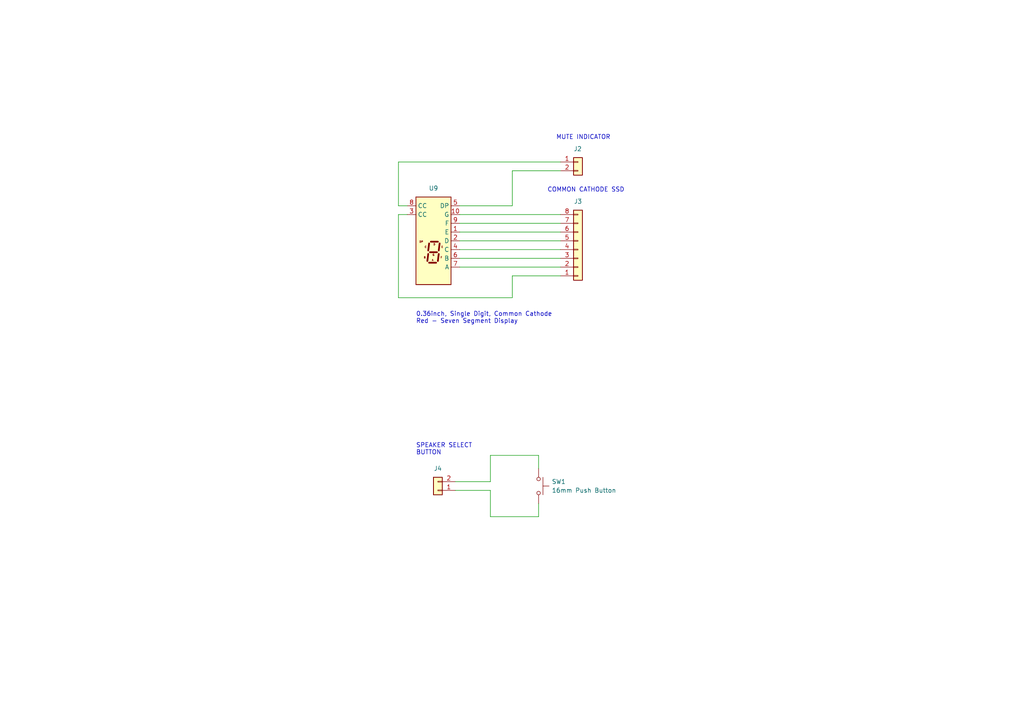
<source format=kicad_sch>
(kicad_sch (version 20211123) (generator eeschema)
  (paper "A4")
  (title_block (title "Wiring Layouts") (date "2022-12-30") (rev "1.0.0") (company "Dilshan R Jayakody"))
  (lib_symbols
    (symbol "Connector_Generic:Conn_01x02" (pin_names (offset 1.016) hide)
      (property "Reference" "J" (at 0 2.54 0))
      (property "Value" "Conn_01x02" (at 0 -5.08 0))
      (symbol "Conn_01x02_1_1"
        (rectangle (start -1.27 -2.413) (end 0 -2.667) (stroke (width 0.1524)))
        (rectangle (start -1.27 0.127) (end 0 -0.127) (stroke (width 0.1524)))
        (rectangle (start -1.27 1.27) (end 1.27 -3.81) (stroke (width 0.254)) (fill (type background)))
        (pin passive line (at -5.08 0 0) (length 3.81) (name "Pin_1") (number "1"))
        (pin passive line (at -5.08 -2.54 0) (length 3.81) (name "Pin_2") (number "2"))
      )
    )
    (symbol "Connector_Generic:Conn_01x08" (pin_names (offset 1.016) hide)
      (property "Reference" "J" (at 0 10.16 0))
      (property "Value" "Conn_01x08" (at 0 -12.7 0))
      (symbol "Conn_01x08_1_1"
        (rectangle (start -1.27 -10.033) (end 0 -10.287) (stroke (width 0.1524)))
        (rectangle (start -1.27 -7.493) (end 0 -7.747) (stroke (width 0.1524)))
        (rectangle (start -1.27 -4.953) (end 0 -5.207) (stroke (width 0.1524)))
        (rectangle (start -1.27 -2.413) (end 0 -2.667) (stroke (width 0.1524)))
        (rectangle (start -1.27 0.127) (end 0 -0.127) (stroke (width 0.1524)))
        (rectangle (start -1.27 2.667) (end 0 2.413) (stroke (width 0.1524)))
        (rectangle (start -1.27 5.207) (end 0 4.953) (stroke (width 0.1524)))
        (rectangle (start -1.27 7.747) (end 0 7.493) (stroke (width 0.1524)))
        (rectangle (start -1.27 8.89) (end 1.27 -11.43) (stroke (width 0.254)) (fill (type background)))
        (pin passive line (at -5.08 7.62 0) (length 3.81) (name "Pin_1") (number "1"))
        (pin passive line (at -5.08 5.08 0) (length 3.81) (name "Pin_2") (number "2"))
        (pin passive line (at -5.08 2.54 0) (length 3.81) (name "Pin_3") (number "3"))
        (pin passive line (at -5.08 0 0) (length 3.81) (name "Pin_4") (number "4"))
        (pin passive line (at -5.08 -2.54 0) (length 3.81) (name "Pin_5") (number "5"))
        (pin passive line (at -5.08 -5.08 0) (length 3.81) (name "Pin_6") (number "6"))
        (pin passive line (at -5.08 -7.62 0) (length 3.81) (name "Pin_7") (number "7"))
        (pin passive line (at -5.08 -10.16 0) (length 3.81) (name "Pin_8") (number "8"))
      )
    )
    (symbol "Display_Character:D198K"
      (property "Reference" "U" (at -2.54 13.97 0))
      (property "Value" "D198K" (at 1.27 13.97 0))
      (symbol "D198K_0_0"
        (text "A" (at 0.254 5.588 0) (effects (font (size 0.508 0.508))))
        (text "B" (at 2.54 4.826 0) (effects (font (size 0.508 0.508))))
        (text "C" (at 2.286 1.778 0) (effects (font (size 0.508 0.508))))
        (text "D" (at -0.254 1.016 0) (effects (font (size 0.508 0.508))))
        (text "DP" (at 3.556 0.254 0) (effects (font (size 0.508 0.508))))
        (text "E" (at -2.54 1.778 0) (effects (font (size 0.508 0.508))))
        (text "F" (at -2.286 4.826 0) (effects (font (size 0.508 0.508))))
        (text "G" (at 0 4.064 0) (effects (font (size 0.508 0.508))))
      )
      (symbol "D198K_0_1"
        (rectangle (start -5.08 12.7) (end 5.08 -12.7) (stroke (width 0.254)) (fill (type background)))
        (polyline (pts (xy -1.524 2.794) (xy -1.778 0.762)) (stroke (width 0.508)))
        (polyline (pts (xy -1.27 0.254) (xy 0.762 0.254)) (stroke (width 0.508)))
        (polyline (pts (xy -1.27 5.842) (xy -1.524 3.81)) (stroke (width 0.508)))
        (polyline (pts (xy -1.016 3.302) (xy 1.016 3.302)) (stroke (width 0.508)))
        (polyline (pts (xy -0.762 6.35) (xy 1.27 6.35)) (stroke (width 0.508)))
        (polyline (pts (xy 1.524 2.794) (xy 1.27 0.762)) (stroke (width 0.508)))
        (polyline (pts (xy 1.778 5.842) (xy 1.524 3.81)) (stroke (width 0.508)))
        (polyline (pts (xy 2.54 0.254) (xy 2.54 0.254)) (stroke (width 0.508)))
      )
      (symbol "D198K_1_1"
        (pin input line (at -7.62 -2.54 0) (length 2.54) (name "E") (number "1"))
        (pin input line (at -7.62 -7.62 0) (length 2.54) (name "G") (number "10"))
        (pin input line (at -7.62 0 0) (length 2.54) (name "D") (number "2"))
        (pin input line (at 7.62 -7.62 180) (length 2.54) (name "CC") (number "3"))
        (pin input line (at -7.62 2.54 0) (length 2.54) (name "C") (number "4"))
        (pin input line (at -7.62 -10.16 0) (length 2.54) (name "DP") (number "5"))
        (pin input line (at -7.62 5.08 0) (length 2.54) (name "B") (number "6"))
        (pin input line (at -7.62 7.62 0) (length 2.54) (name "A") (number "7"))
        (pin input line (at 7.62 -10.16 180) (length 2.54) (name "CC") (number "8"))
        (pin input line (at -7.62 -5.08 0) (length 2.54) (name "F") (number "9"))
      )
    )
    (symbol "Switch:SW_Push" (pin_numbers hide) (pin_names (offset 1.016) hide)
      (property "Reference" "SW" (at 1.27 2.54 0))
      (property "Value" "SW_Push" (at 0 -1.524 0))
      (symbol "SW_Push_0_1"
        (circle (center -2.032 0) (radius 0.508))
        (polyline (pts (xy 0 1.27) (xy 0 3.048)))
        (polyline (pts (xy 2.54 1.27) (xy -2.54 1.27)))
        (circle (center 2.032 0) (radius 0.508))
        (pin passive line (at -5.08 0 0) (length 2.54) (name "1") (number "1"))
        (pin passive line (at 5.08 0 180) (length 2.54) (name "2") (number "2"))
      )
    )
  )
  (wire (pts (xy 132.08 139.7) (xy 142.24 139.7)))
  (wire (pts (xy 132.08 142.24) (xy 142.24 142.24)))
  (wire (pts (xy 115.57 59.69) (xy 118.11 59.69)))
  (wire (pts (xy 148.59 49.53) (xy 148.59 59.69)))
  (wire (pts (xy 133.35 72.39) (xy 162.56 72.39)))
  (wire (pts (xy 148.59 80.01) (xy 162.56 80.01)))
  (wire (pts (xy 118.11 62.23) (xy 115.57 62.23)))
  (wire (pts (xy 156.21 149.86) (xy 156.21 146.05)))
  (wire (pts (xy 162.56 46.99) (xy 115.57 46.99)))
  (wire (pts (xy 162.56 49.53) (xy 148.59 49.53)))
  (wire (pts (xy 156.21 132.08) (xy 156.21 135.89)))
  (wire (pts (xy 148.59 59.69) (xy 133.35 59.69)))
  (wire (pts (xy 115.57 86.36) (xy 148.59 86.36)))
  (wire (pts (xy 115.57 46.99) (xy 115.57 59.69)))
  (wire (pts (xy 142.24 132.08) (xy 156.21 132.08)))
  (wire (pts (xy 133.35 64.77) (xy 162.56 64.77)))
  (wire (pts (xy 133.35 67.31) (xy 162.56 67.31)))
  (wire (pts (xy 142.24 142.24) (xy 142.24 149.86)))
  (wire (pts (xy 142.24 139.7) (xy 142.24 132.08)))
  (wire (pts (xy 115.57 62.23) (xy 115.57 86.36)))
  (wire (pts (xy 142.24 149.86) (xy 156.21 149.86)))
  (wire (pts (xy 133.35 74.93) (xy 162.56 74.93)))
  (wire (pts (xy 133.35 77.47) (xy 162.56 77.47)))
  (wire (pts (xy 133.35 62.23) (xy 162.56 62.23)))
  (wire (pts (xy 148.59 86.36) (xy 148.59 80.01)))
  (wire (pts (xy 133.35 69.85) (xy 162.56 69.85)))
  (text "SPEAKER SELECT\nBUTTON" (at 120.65 132.08 0) (effects (font (size 1.27 1.27)) (justify left bottom)))
  (text "COMMON CATHODE SSD" (at 158.75 55.88 0) (effects (font (size 1.27 1.27)) (justify left bottom)))
  (text "MUTE INDICATOR" (at 161.29 40.64 0) (effects (font (size 1.27 1.27)) (justify left bottom)))
  (text "0.36inch, Single Digit, Common Cathode\nRed - Seven Segment Display" (at 120.65 93.98 0) (effects (font (size 1.27 1.27)) (justify left bottom)))
  (symbol (lib_id "Display_Character:D198K") (at 125.73 69.85 180) (unit 1)
    (property "Reference" "U9" (at 125.73 54.61 0))
    (property "Value" "D198K" (effects hide))
    (property "Footprint" "Display_7Segment:D1X8K" (effects hide))
    (property "Datasheet" "https://ia800903.us.archive.org/24/items/CTKD1x8K/Cromatek%20D168K.pdf" (effects hide))
  )
  (symbol (lib_id "Switch:SW_Push") (at 156.21 140.97 270) (unit 1)
    (property "Reference" "SW1" (at 160.02 139.6999 90) (effects (justify left)))
    (property "Value" "16mm Push Button" (at 160.02 142.2399 90) (effects (justify left)))
  )
  (symbol (lib_id "Connector_Generic:Conn_01x08") (at 167.64 72.39 0) (mirror x) (unit 1)
    (property "Reference" "J3" (at 167.64 58.42 0))
    (property "Value" "2.54mm x 8-pin" (effects hide))
  )
  (symbol (lib_id "Connector_Generic:Conn_01x02") (at 167.64 46.99 0) (unit 1)
    (property "Reference" "J2" (at 166.37 43.18 0) (effects (justify left)))
    (property "Value" "Conn_01x02" (effects hide))
  )
  (symbol (lib_id "Connector_Generic:Conn_01x02") (at 127 142.24 180) (unit 1)
    (property "Reference" "J4" (at 127 135.89 0))
    (property "Value" "Conn_01x02" (effects hide))
  )
)
</source>
